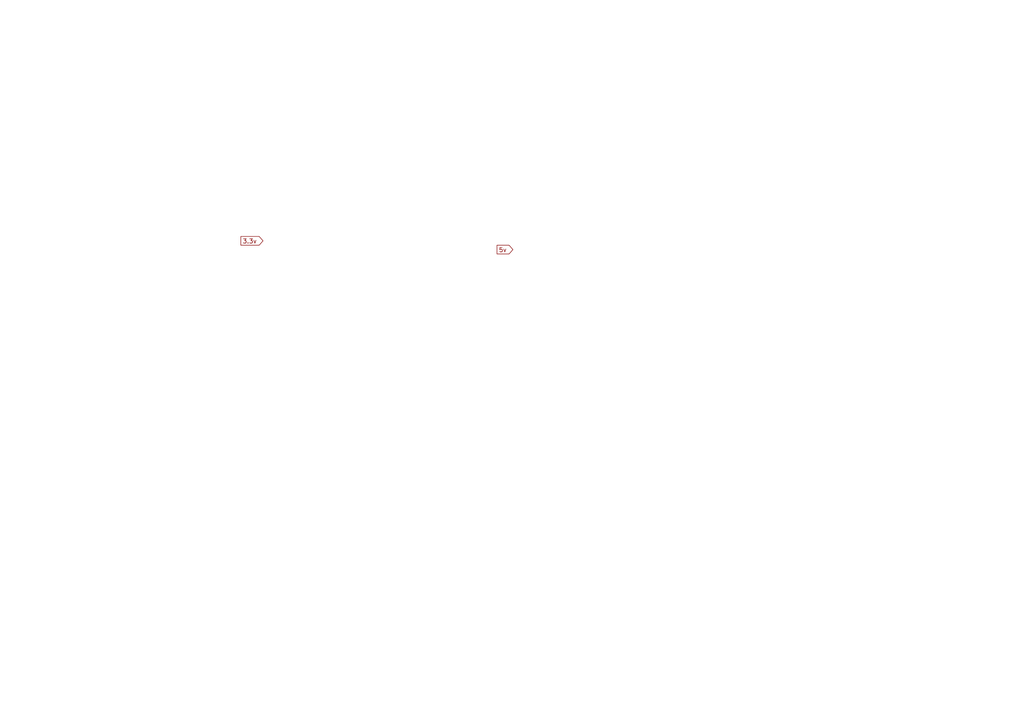
<source format=kicad_sch>
(kicad_sch (version 20210621) (generator eeschema)
  (paper "A4")
  (lib_symbols)
  (global_label "3.3v" (shape output) (at 69.85 69.85 0) (property "Intersheet References" "${INTERSHEET_REFS}" (effects hide)))
  (global_label "5v" (shape output) (at 144.145 72.39 0) (property "Intersheet References" "${INTERSHEET_REFS}" (effects hide)))
)
</source>
